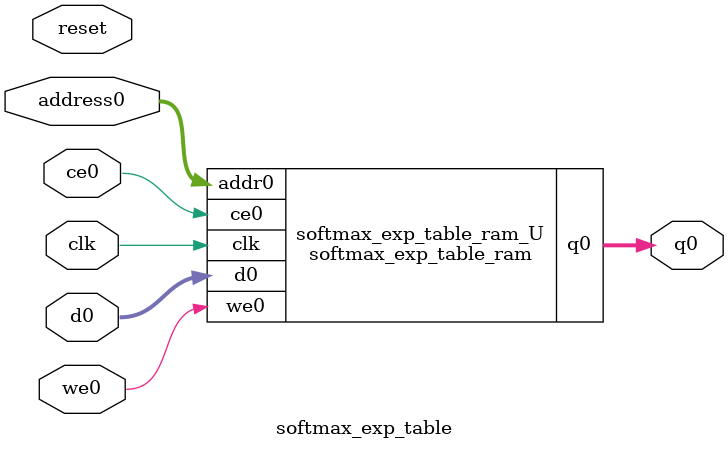
<source format=v>
`timescale 1 ns / 1 ps
module softmax_exp_table_ram (addr0, ce0, d0, we0, q0,  clk);

parameter DWIDTH = 18;
parameter AWIDTH = 10;
parameter MEM_SIZE = 1024;

input[AWIDTH-1:0] addr0;
input ce0;
input[DWIDTH-1:0] d0;
input we0;
output reg[DWIDTH-1:0] q0;
input clk;

(* ram_style = "block" *)reg [DWIDTH-1:0] ram[0:MEM_SIZE-1];




always @(posedge clk)  
begin 
    if (ce0) 
    begin
        if (we0) 
        begin 
            ram[addr0] <= d0; 
        end 
        q0 <= ram[addr0];
    end
end


endmodule

`timescale 1 ns / 1 ps
module softmax_exp_table(
    reset,
    clk,
    address0,
    ce0,
    we0,
    d0,
    q0);

parameter DataWidth = 32'd18;
parameter AddressRange = 32'd1024;
parameter AddressWidth = 32'd10;
input reset;
input clk;
input[AddressWidth - 1:0] address0;
input ce0;
input we0;
input[DataWidth - 1:0] d0;
output[DataWidth - 1:0] q0;



softmax_exp_table_ram softmax_exp_table_ram_U(
    .clk( clk ),
    .addr0( address0 ),
    .ce0( ce0 ),
    .we0( we0 ),
    .d0( d0 ),
    .q0( q0 ));

endmodule


</source>
